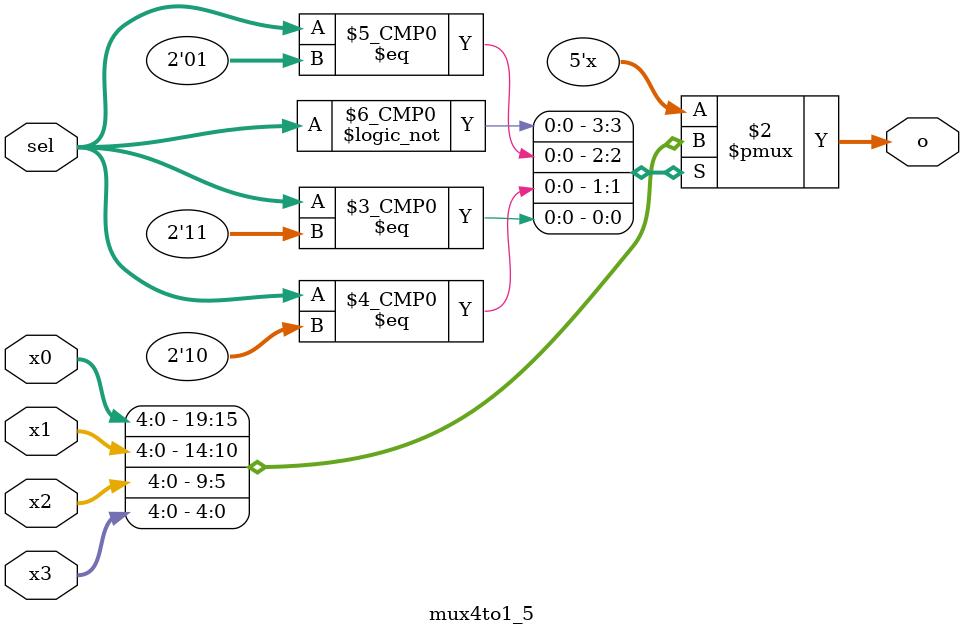
<source format=v>
`timescale 1ns / 1ps
module mux4to1_5(
	input [4:0] x0,
	input [4:0] x1,
	input [4:0] x2,
	input [4:0] x3,
	input [1:0] sel,
	output reg[4:0] o
    );

	always @*
	begin
		case(sel)
			2'b00: o = x0;
			2'b01: o = x1;
			2'b10: o = x2;
			2'b11: o = x3;
			default: o = x0;
		endcase
	end

endmodule

</source>
